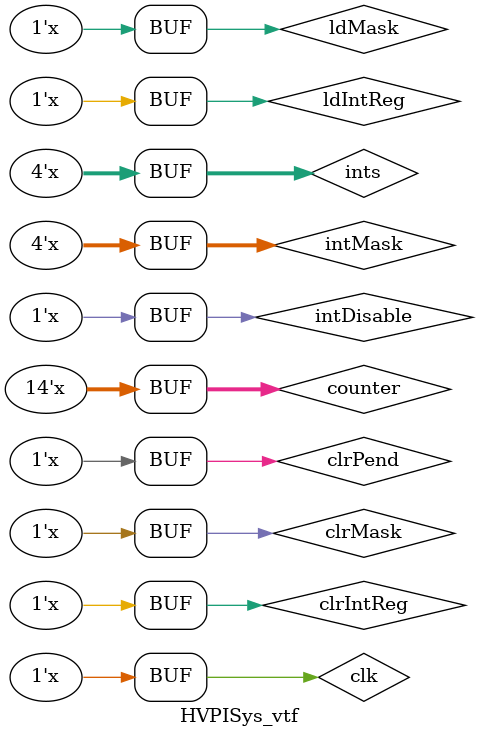
<source format=v>
`timescale 1ns / 1ps


module HVPISys_vtf;

	reg [3:0] tc_intReg, tc_maskReg;
	reg [13:0] counter;
	// Inputs
	reg clk;
	reg clrIntReg;
	reg clrMask;
	reg clrPend;
	reg intDisable;
	reg ldMask;
	reg ldIntReg;
	reg [3:0] ints;
	reg [3:0] intMask;
	wire [3:0] test_maskReg;
	wire [2:0] priEncOut;
	wire [3:0] test_intReg;
	wire test_wIntPending;

	// Outputs
	wire [15:0] isrAddr;
	reg [15:0] tc_isrAddr;
	wire intPending;
	reg tc_intPending;
	
	// Theoretically correct outputs
	reg error;

	// Instantiate the Unit Under Test (UUT)
	HVPISys uut (
		.clrPend(clrPend), 
		.intDisable(intDisable), 
		.clk(clk), 
		.ints(ints), 
		.intMask(intMask), 
		.ldMask(ldMask), 
		.clrMask(clrMask), 
		.ldIntReg(ldIntReg), 
		.clrIntReg(clrIntReg), 
		.isrAddr(isrAddr), 
		.intPending(intPending),
		.test_maskReg(test_maskReg),
		.priEncOut(priEncOut),
		.test_intReg(test_intReg),
		.test_wIntPending(test_wIntPending)
	);

	initial begin
		// Initialize Inputs
		clrPend = 0;
		intDisable = 0;
		clk = 0;
		ints = 0;
		intMask = 0;
		ldMask = 0;
		clrMask = 0;
		ldIntReg = 0;
		clrIntReg = 0;
		tc_isrAddr = 0;
		tc_intPending = 0;
		tc_maskReg = 0;
		tc_intReg = 0;
		counter = 0;
		error = 0;

		// Wait 100 ns for global reset to finish
		#100;
	end
	
	// Clock generation
	always begin
		#5 clk = ~clk;
	end
	
	// Generation of tc outputs
	always begin
		#10 counter <= counter + 1;
		clrIntReg   <= ~counter[13];
		clrMask		<= ~counter[12];
		clrPend     <= ~counter[11];
		intMask     <= counter[10:7];
		intDisable  <= counter[6];
		ints        <= counter[5:2];
		ldMask      <= counter[1];
		ldIntReg    <= counter[0];
	end
	
	always begin
		#5 if((ldMask || ldIntReg) && (clrIntReg || clrMask)) begin
			if(ldMask)
				tc_maskReg <= intMask;
			if(ldIntReg)
				tc_intReg <= ints;
		end
		if(~clrIntReg || ~clrMask) begin
			tc_intPending <= 0;
			tc_isrAddr <= 1;
			if(~clrIntReg)
				tc_intReg <= 0;
			if(~clrMask)
				tc_maskReg <= 0;
		end
		else if(intDisable == 1) begin
			tc_intPending <= 0;
			tc_isrAddr <= 1;
		end
		else if(clrPend == 0) begin
			tc_intPending <= 0;
			if(tc_intReg[0] && tc_maskReg[0])
				tc_isrAddr <= 1;
			else if(tc_intReg[1] && tc_maskReg[1])
				tc_isrAddr <= 2;
			else if(tc_intReg[2] && tc_maskReg[2])
				tc_isrAddr <= 3;
			else if(tc_intReg[3] && tc_maskReg[3])
				tc_isrAddr <= 4;
			else 
				tc_isrAddr <= 1;
		end
		else begin
			if(tc_intReg[0] && tc_maskReg[0]) begin
				tc_isrAddr <= 1;
				tc_intPending <= 1;
			end
			else if(tc_intReg[1] && tc_maskReg[1]) begin 
				tc_isrAddr <= 2;
				tc_intPending <= 1;
			end
			else if(tc_intReg[2] && tc_maskReg[2]) begin
				tc_isrAddr <= 3;
				tc_intPending <= 1;
			end
			else if(tc_intReg[3] && tc_maskReg[3]) begin
				tc_isrAddr <= 4;
				tc_intPending <= 1;
			end
			else begin
				tc_isrAddr <= 1;
				tc_intPending <= 0;
			end
		end
		
		#5 if(tc_isrAddr != isrAddr || tc_intPending != intPending) error <= 1;
		else error <= 0;
			
	end
endmodule


</source>
